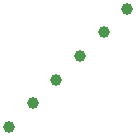
<source format=gbr>
G04 Examples for testing time performance of Gerber parsers*
%FSLAX26Y26*%
%MOMM*%
%ADD10C,1*%
%LPD*%
D10*
X0Y0D03*
X2000000Y2000000D03*
X4000000Y4000000D03*
X6000000Y6000000D03*
X8000000Y8000000D03*
X10000000Y10000000D03*
M02*

</source>
